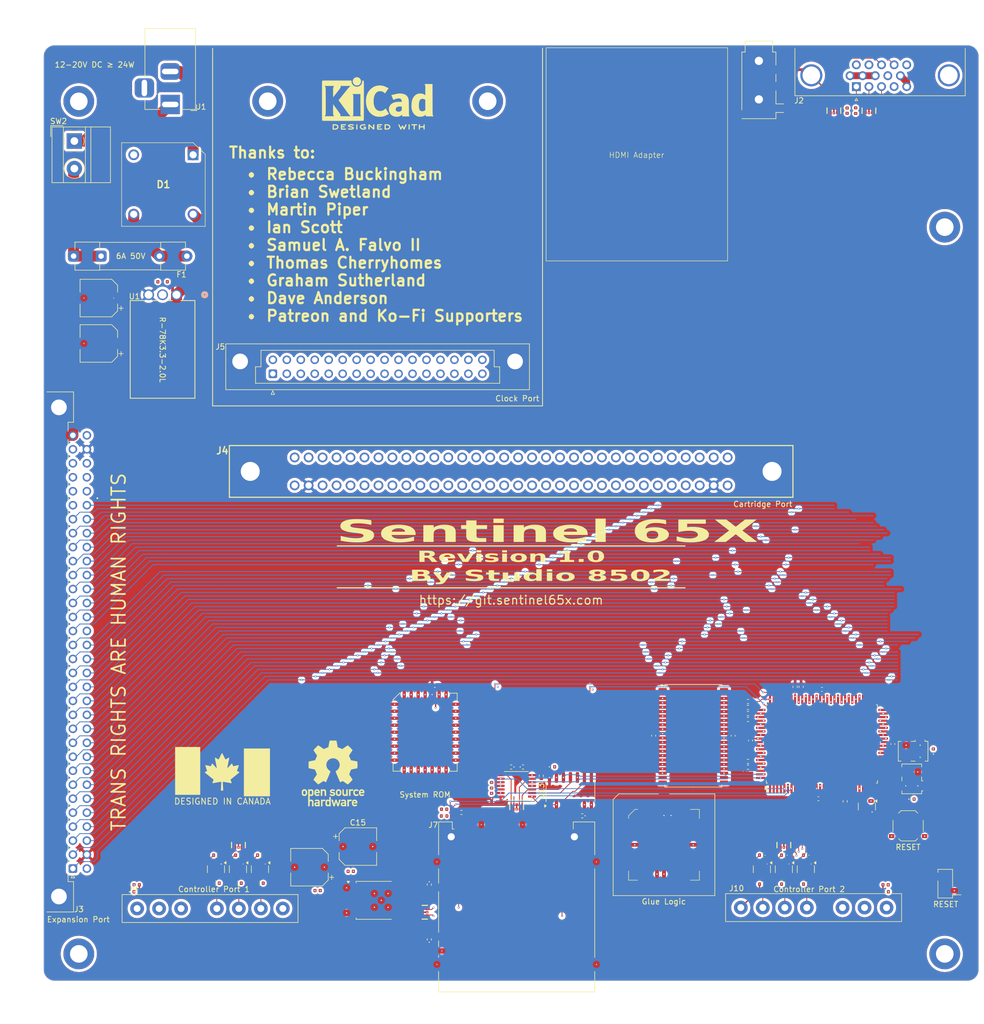
<source format=kicad_pcb>
(kicad_pcb
	(version 20240108)
	(generator "pcbnew")
	(generator_version "8.0")
	(general
		(thickness 1.6)
		(legacy_teardrops no)
	)
	(paper "B")
	(layers
		(0 "F.Cu" signal "F.Cu (SIG)")
		(1 "In1.Cu" power "In1.Cu (GND)")
		(2 "In2.Cu" signal "In2.Cu (SIG)")
		(3 "In3.Cu" power "In3.Cu (GND)")
		(4 "In4.Cu" power "In4.Cu (PWR)")
		(5 "In5.Cu" signal "In5.Cu (SIG)")
		(6 "In6.Cu" power "In6.Cu (GND)")
		(31 "B.Cu" signal "B.Cu (SIG)")
		(32 "B.Adhes" user "B.Adhesive")
		(33 "F.Adhes" user "F.Adhesive")
		(34 "B.Paste" user)
		(35 "F.Paste" user)
		(36 "B.SilkS" user "B.Silkscreen")
		(37 "F.SilkS" user "F.Silkscreen")
		(38 "B.Mask" user)
		(39 "F.Mask" user)
		(40 "Dwgs.User" user "User.Drawings")
		(44 "Edge.Cuts" user)
		(45 "Margin" user)
		(46 "B.CrtYd" user "B.Courtyard")
		(47 "F.CrtYd" user "F.Courtyard")
		(48 "B.Fab" user)
		(49 "F.Fab" user)
	)
	(setup
		(stackup
			(layer "F.SilkS"
				(type "Top Silk Screen")
				(color "White")
			)
			(layer "F.Paste"
				(type "Top Solder Paste")
			)
			(layer "F.Mask"
				(type "Top Solder Mask")
				(color "Red")
				(thickness 0.01)
			)
			(layer "F.Cu"
				(type "copper")
				(thickness 0.035)
			)
			(layer "dielectric 1"
				(type "prepreg")
				(color "FR4 natural")
				(thickness 0.1)
				(material "FR4")
				(epsilon_r 4.5)
				(loss_tangent 0.02)
			)
			(layer "In1.Cu"
				(type "copper")
				(thickness 0.035)
			)
			(layer "dielectric 2"
				(type "core")
				(color "FR4 natural")
				(thickness 0.3)
				(material "FR4")
				(epsilon_r 4.5)
				(loss_tangent 0.02)
			)
			(layer "In2.Cu"
				(type "copper")
				(thickness 0.035)
			)
			(layer "dielectric 3"
				(type "prepreg")
				(color "FR4 natural")
				(thickness 0.1)
				(material "FR4")
				(epsilon_r 4.5)
				(loss_tangent 0.02)
			)
			(layer "In3.Cu"
				(type "copper")
				(thickness 0.035)
			)
			(layer "dielectric 4"
				(type "core")
				(color "FR4 natural")
				(thickness 0.3)
				(material "FR4")
				(epsilon_r 4.5)
				(loss_tangent 0.02)
			)
			(layer "In4.Cu"
				(type "copper")
				(thickness 0.035)
			)
			(layer "dielectric 5"
				(type "prepreg")
				(color "FR4 natural")
				(thickness 0.1)
				(material "FR4")
				(epsilon_r 4.5)
				(loss_tangent 0.02)
			)
			(layer "In5.Cu"
				(type "copper")
				(thickness 0.035)
			)
			(layer "dielectric 6"
				(type "core")
				(thickness 0.3)
				(material "FR4")
				(epsilon_r 4.5)
				(loss_tangent 0.02)
			)
			(layer "In6.Cu"
				(type "copper")
				(thickness 0.035)
			)
			(layer "dielectric 7"
				(type "prepreg")
				(thickness 0.1)
				(material "FR4")
				(epsilon_r 4.5)
				(loss_tangent 0.02)
			)
			(layer "B.Cu"
				(type "copper")
				(thickness 0.035)
			)
			(layer "B.Mask"
				(type "Bottom Solder Mask")
				(color "Red")
				(thickness 0.01)
			)
			(layer "B.Paste"
				(type "Bottom Solder Paste")
			)
			(layer "B.SilkS"
				(type "Bottom Silk Screen")
				(color "White")
			)
			(copper_finish "ENIG")
			(dielectric_constraints no)
		)
		(pad_to_mask_clearance 0)
		(allow_soldermask_bridges_in_footprints no)
		(grid_origin 238.416551 164.504214)
		(pcbplotparams
			(layerselection 0x00010fc_ffffffff)
			(plot_on_all_layers_selection 0x0000000_00000000)
			(disableapertmacros no)
			(usegerberextensions no)
			(usegerberattributes yes)
			(usegerberadvancedattributes yes)
			(creategerberjobfile yes)
			(dashed_line_dash_ratio 12.000000)
			(dashed_line_gap_ratio 3.000000)
			(svgprecision 4)
			(plotframeref no)
			(viasonmask no)
			(mode 1)
			(useauxorigin no)
			(hpglpennumber 1)
			(hpglpenspeed 20)
			(hpglpendiameter 15.000000)
			(pdf_front_fp_property_popups yes)
			(pdf_back_fp_property_popups yes)
			(dxfpolygonmode yes)
			(dxfimperialunits yes)
			(dxfusepcbnewfont yes)
			(psnegative no)
			(psa4output no)
			(plotreference yes)
			(plotvalue yes)
			(plotfptext yes)
			(plotinvisibletext no)
			(sketchpadsonfab no)
			(subtractmaskfromsilk no)
			(outputformat 1)
			(mirror no)
			(drillshape 1)
			(scaleselection 1)
			(outputdirectory "")
		)
	)
	(net 0 "")
	(net 1 "GND")
	(net 2 "+3.3V")
	(net 3 "V_{in}")
	(net 4 "unconnected-(J2-Pad12)")
	(net 5 "unconnected-(J2-Pad9)")
	(net 6 "unconnected-(J2-Pad15)")
	(net 7 "unconnected-(J2-Pad4)")
	(net 8 "unconnected-(J2-Pad11)")
	(net 9 "unconnected-(J3-Pin_a31-Pada31)")
	(net 10 "unconnected-(U2-IN-Pad3)")
	(net 11 "unconnected-(U2-IN-Pad6)")
	(net 12 "unconnected-(U2-I{slash}O-Pad25)")
	(net 13 "unconnected-(U2-IN-Pad5)")
	(net 14 "unconnected-(U2-I{slash}O-Pad19)")
	(net 15 "unconnected-(U2-IN-Pad12)")
	(net 16 "unconnected-(U2-I{slash}O-Pad20)")
	(net 17 "unconnected-(U2-I{slash}O-Pad24)")
	(net 18 "unconnected-(U2-IN-Pad4)")
	(net 19 "unconnected-(U2-IN-Pad16)")
	(net 20 "unconnected-(U2-IN-Pad7)")
	(net 21 "unconnected-(U2-IN-Pad10)")
	(net 22 "unconnected-(U2-IN-Pad13)")
	(net 23 "unconnected-(U2-IN-Pad11)")
	(net 24 "unconnected-(U2-IN-Pad9)")
	(net 25 "unconnected-(U2-I{slash}O-Pad26)")
	(net 26 "unconnected-(U2-I{slash}O-Pad17)")
	(net 27 "unconnected-(U2-I{slash}O-Pad27)")
	(net 28 "unconnected-(U2-I{slash}O-Pad23)")
	(net 29 "unconnected-(U2-I{slash}O-Pad18)")
	(net 30 "unconnected-(U2-I{slash}O-Pad21)")
	(net 31 "unconnected-(U2-IN-Pad2)")
	(net 32 "BE")
	(net 33 "RUN")
	(net 34 "/Audio & Video/VSYNC")
	(net 35 "/Audio & Video/HSYNC")
	(net 36 "/Audio & Video/R_AUDIO")
	(net 37 "/Audio & Video/L_AUDIO")
	(net 38 "unconnected-(U4-NC-Pad24)")
	(net 39 "unconnected-(U4-NC-Pad22)")
	(net 40 "unconnected-(U4-NC-Pad1)")
	(net 41 "unconnected-(U4-NC-Pad23)")
	(net 42 "unconnected-(U4-NC-Pad21)")
	(net 43 "unconnected-(U4-NC-Pad43)")
	(net 44 "unconnected-(U4-NC-Pad44)")
	(net 45 "unconnected-(U4-NC-Pad2)")
	(net 46 "unconnected-(U5-NC-Pad77)")
	(net 47 "unconnected-(U5-NC-Pad28)")
	(net 48 "unconnected-(U5-NC-Pad52)")
	(net 49 "unconnected-(U5-NC-Pad78)")
	(net 50 "unconnected-(U5-BA-Pad39)")
	(net 51 "unconnected-(U5-NC-Pad1)")
	(net 52 "unconnected-(U5-P6.0-Pad18)")
	(net 53 "unconnected-(U5-NC-Pad53)")
	(net 54 "unconnected-(U5-NC-Pad76)")
	(net 55 "TG_{1}")
	(net 56 "unconnected-(U5-RUN-Pad32)")
	(net 57 "unconnected-(U5-NC-Pad27)")
	(net 58 "unconnected-(U5-NC-Pad79)")
	(net 59 "unconnected-(U5-~{FCLKO}-Pad33)")
	(net 60 "unconnected-(U5-NC-Pad3)")
	(net 61 "unconnected-(U5-NC-Pad54)")
	(net 62 "unconnected-(U5-BE-Pad35)")
	(net 63 "unconnected-(U5-NC-Pad30)")
	(net 64 "unconnected-(U5-NC-Pad29)")
	(net 65 "unconnected-(U5-P6.7-Pad25)")
	(net 66 "unconnected-(U5-P6.6-Pad24)")
	(net 67 "unconnected-(U5-P6.5-Pad23)")
	(net 68 "unconnected-(U5-P5.6-Pad16)")
	(net 69 "unconnected-(U5-P6.1-Pad19)")
	(net 70 "TG_{0}")
	(net 71 "unconnected-(U5-R{slash}~{W}-Pad31)")
	(net 72 "unconnected-(U5-P6.3-Pad21)")
	(net 73 "unconnected-(U5-NC-Pad2)")
	(net 74 "unconnected-(U5-~{CLKO}-Pad37)")
	(net 75 "unconnected-(U5-P6.2-Pad20)")
	(net 76 "unconnected-(U5-P5.7-Pad17)")
	(net 77 "unconnected-(U5-NC-Pad4)")
	(net 78 "unconnected-(U5-NC-Pad51)")
	(net 79 "/CPU/FCLK")
	(net 80 "/CPU/CLK")
	(net 81 "~{RES}")
	(net 82 "~{VIRQ}")
	(net 83 "CDONE")
	(net 84 "~{SD_SS}")
	(net 85 "/Expansion Ports/~{CART}")
	(net 86 "/CPU/A15")
	(net 87 "/CPU/A14")
	(net 88 "/CPU/A13")
	(net 89 "/CPU/A7")
	(net 90 "/CPU/A3")
	(net 91 "/CPU/A9")
	(net 92 "/CPU/A22")
	(net 93 "/CPU/A16")
	(net 94 "/CPU/A10")
	(net 95 "/CPU/A1")
	(net 96 "/CPU/A11")
	(net 97 "/CPU/A18")
	(net 98 "/CPU/A5")
	(net 99 "/CPU/A8")
	(net 100 "/CPU/A20")
	(net 101 "/CPU/A12")
	(net 102 "/CPU/A21")
	(net 103 "/CPU/A6")
	(net 104 "/CPU/A17")
	(net 105 "/CPU/A19")
	(net 106 "/CPU/A23")
	(net 107 "/CPU/A4")
	(net 108 "/CPU/A0")
	(net 109 "/CPU/A2")
	(net 110 "PHI2")
	(net 111 "/CPU/D1")
	(net 112 "/CPU/D0")
	(net 113 "/CPU/D2")
	(net 114 "/CPU/D3")
	(net 115 "/CPU/D6")
	(net 116 "/CPU/D7")
	(net 117 "/CPU/D4")
	(net 118 "/CPU/D5")
	(net 119 "Net-(J8-Pin_2)")
	(net 120 "~{RD}")
	(net 121 "R{slash}~{W}")
	(net 122 "~{WR}")
	(net 123 "~{I{slash}O}_{0}")
	(net 124 "~{I{slash}O}_{1}")
	(net 125 "~{CS}_{7}")
	(net 126 "~{ROM}_{1}")
	(net 127 "~{RAM}_{1}")
	(net 128 "~{CS}_{6}")
	(net 129 "~{CS}_{5}")
	(net 130 "~{CS}_{4}")
	(net 131 "unconnected-(U6-I{slash}O_{4}-Pad5)")
	(net 132 "/Audio & Video/RED")
	(net 133 "/Audio & Video/BLUE")
	(net 134 "/Audio & Video/GREEN")
	(net 135 "unconnected-(J3-Pin_a28-Pada28)")
	(net 136 "unconnected-(J3-Pin_a29-Pada29)")
	(net 137 "unconnected-(J3-Pin_a30-Pada30)")
	(net 138 "unconnected-(J3-Pin_b29-Padb29)")
	(net 139 "unconnected-(J3-Pin_a27-Pada27)")
	(net 140 "BA")
	(net 141 "unconnected-(J3-Pin_b30-Padb30)")
	(net 142 "unconnected-(J4-Pin_b30-Padb30)")
	(net 143 "unconnected-(J4-Pin_a29-Pada29)")
	(net 144 "unconnected-(J4-Pin_a30-Pada30)")
	(net 145 "unconnected-(J4-Pin_a28-Pada28)")
	(net 146 "unconnected-(J4-Pin_a27-Pada27)")
	(net 147 "unconnected-(J4-Pin_b29-Padb29)")
	(net 148 "unconnected-(J5-Pin_a16-Pada16)")
	(net 149 "unconnected-(J5-Pin_a15-Pada15)")
	(net 150 "~{NMI}")
	(net 151 "~{IRQ}")
	(net 152 "unconnected-(J5-Pin_a10-Pada10)")
	(net 153 "unconnected-(J5-Pin_b2-Padb2)")
	(net 154 "unconnected-(J5-Pin_a14-Pada14)")
	(net 155 "unconnected-(J5-Pin_b7-Padb7)")
	(net 156 "unconnected-(J5-Pin_a1-Pada1)")
	(net 157 "unconnected-(J5-Pin_b5-Padb5)")
	(net 158 "unconnected-(J5-Pin_a3-Pada3)")
	(net 159 "unconnected-(J5-Pin_a8-Pada8)")
	(net 160 "unconnected-(J5-Pin_b3-Padb3)")
	(net 161 "unconnected-(J5-Pin_a6-Pada6)")
	(net 162 "unconnected-(J5-Pin_a5-Pada5)")
	(net 163 "unconnected-(J5-Pin_b13-Padb13)")
	(net 164 "unconnected-(J5-Pin_b14-Padb14)")
	(net 165 "unconnected-(J5-Pin_b6-Padb6)")
	(net 166 "unconnected-(J5-Pin_a2-Pada2)")
	(net 167 "unconnected-(J5-Pin_b12-Padb12)")
	(net 168 "unconnected-(J5-Pin_b15-Padb15)")
	(net 169 "unconnected-(J5-Pin_a4-Pada4)")
	(net 170 "unconnected-(J5-Pin_a13-Pada13)")
	(net 171 "unconnected-(J5-Pin_b10-Padb10)")
	(net 172 "unconnected-(J5-Pin_a11-Pada11)")
	(net 173 "unconnected-(J5-Pin_a12-Pada12)")
	(net 174 "unconnected-(J5-Pin_a9-Pada9)")
	(net 175 "unconnected-(J5-Pin_b9-Padb9)")
	(net 176 "unconnected-(J5-Pin_b4-Padb4)")
	(net 177 "unconnected-(J5-Pin_b8-Padb8)")
	(net 178 "unconnected-(J5-Pin_b11-Padb11)")
	(net 179 "unconnected-(J5-Pin_b1-Padb1)")
	(net 180 "unconnected-(J5-Pin_a7-Pada7)")
	(net 181 "Net-(J7-CMD)")
	(net 182 "Net-(J7-CLK)")
	(net 183 "Net-(J7-CD{slash}DAT3)")
	(net 184 "Net-(J7-DAT0)")
	(net 185 "CGND1")
	(net 186 "CGND2")
	(net 187 "Net-(SW2-B)")
	(net 188 "Net-(SW2-A)")
	(net 189 "+5V")
	(net 190 "CGND3")
	(net 191 "CGND4")
	(net 192 "unconnected-(J9-Pin_5-Pad5)")
	(net 193 "Net-(J9-Pin_2)")
	(net 194 "Net-(J9-Pin_4)")
	(net 195 "Net-(J9-Pin_3)")
	(net 196 "unconnected-(J9-Pin_6-Pad6)")
	(net 197 "unconnected-(J10-Pin_6-Pad6)")
	(net 198 "Net-(J10-Pin_3)")
	(net 199 "unconnected-(J10-Pin_5-Pad5)")
	(net 200 "Net-(J10-Pin_4)")
	(net 201 "Net-(J10-Pin_2)")
	(net 202 "unconnected-(U11-I{slash}O_{4}-Pad5)")
	(net 203 "SCK")
	(net 204 "MOSI")
	(net 205 "MISO")
	(net 206 "SNES_DATA0")
	(net 207 "SNES_LATCH")
	(net 208 "SNES_CLK")
	(net 209 "SNES_DATA1")
	(net 210 "SNES_DATA3")
	(net 211 "SNES_DATA2")
	(net 212 "Net-(U13-Pad3)")
	(net 213 "~{SPI_SS}")
	(net 214 "~{FLASH_SS}")
	(net 215 "Net-(U13-Pad10)")
	(net 216 "SD_CD")
	(net 217 "~{FPGA_RES}")
	(net 218 "SD_WP")
	(net 219 "unconnected-(J1-Pad3)")
	(net 220 "~{RAM0}")
	(net 221 "unconnected-(J3-Pin_b27-Padb27)")
	(net 222 "unconnected-(J3-Pin_b28-Padb28)")
	(net 223 "unconnected-(J4-Pin_b27-Padb27)")
	(net 224 "unconnected-(J4-Pin_b28-Padb28)")
	(net 225 "Net-(J7-DAT2)")
	(net 226 "Net-(J7-DAT1)")
	(net 227 "Net-(D1--)")
	(net 228 "Net-(D1-+)")
	(net 229 "~{ROM0}")
	(net 230 "unconnected-(U10-I{slash}O_{4}-Pad5)")
	(footprint "Resistor_SMD:R_0402_1005Metric" (layer "F.Cu") (at 271.615 184.824214 -90))
	(footprint "MountingHole:MountingHole_3.2mm_M3_DIN965_Pad" (layer "F.Cu") (at 132.25 212.539214))
	(footprint "Resistor_SMD:R_0402_1005Metric" (layer "F.Cu") (at 207.31646 181.892692 90))
	(footprint "Resistor_SMD:R_0402_1005Metric" (layer "F.Cu") (at 264.555 194.599293 180))
	(footprint "Resistor_SMD:R_0402_1005Metric" (layer "F.Cu") (at 195.98807 199.946214 90))
	(footprint "Capacitor_SMD:C_0402_1005Metric" (layer "F.Cu") (at 175.685 201.033214 180))
	(footprint "Capacitor_SMD:C_0402_1005Metric" (layer "F.Cu") (at 280.289403 174.397112 -90))
	(footprint "Sentinel 65X Prototype 5:EDAC 345-064-520-202" (layer "F.Cu") (at 210.875 124.853214))
	(footprint "Symbol:KiCad-Logo2_8mm_SilkScreen" (layer "F.Cu") (at 186.599107 57.15))
	(footprint "Capacitor_SMD:C_0402_1005Metric" (layer "F.Cu") (at 181.705 197.533214))
	(footprint "Resistor_SMD:R_0402_1005Metric" (layer "F.Cu") (at 253.936259 168.858214 180))
	(footprint "Resistor_SMD:R_0402_1005Metric" (layer "F.Cu") (at 165.2825 199.692135 180))
	(footprint "Capacitor_SMD:C_0402_1005Metric" (layer "F.Cu") (at 251.23989 172.893857 90))
	(footprint "Package_QFP:PQFP-100_14x20mm_P0.65mm" (layer "F.Cu") (at 267.39 174.383214 90))
	(footprint "Capacitor_SMD:CP_Elec_6.3x5.4_Nichicon" (layer "F.Cu") (at 183.005 193.033214))
	(footprint "Sentinel 65X Prototype 5:SNES Controller Port (Left Side)"
		(locked yes)
		(layer "F.Cu")
		(uuid "2879943c-921f-4e70-8566-fc22d0b71eaf")
		(at 154.120551 204.293714)
		(property "Reference" "J9"
			(at -12 -3.5 0)
			(unlocked yes)
			(layer "F.SilkS")
			(uuid "579a8d21-a29d-4b6d-8306-a7d3db071ee3")
			(effects
				(font
					(size 1 1)
					(thickness 0.15)
				)
			)
		)
		(property "Value" "Conn_01x07"
			(at 1.5 19 0)
			(unlocked yes)
			(layer "F.Fab")
			(hide yes)
			(uuid "eeb671b5-3914-4dd9-89b3-213647468168")
			(effects
				(font
					(size 1 1)
					(thickness 0.15)
				)
			)
		)
		(property "Footprint" "Sentinel 65X Prototype 5:SNES Controller Port (Left Side)"
			(at 1.5 21 0)
			(unlocked yes)
			(layer "F.Fab")
			(hide yes)
			(uuid "ae11d7c1-bd0c-40dd-aafc-c5e15aee1e5d")
			(effects
				(font
					(size 1 1)
					(thickness 0.15)
				)
			)
		)
		(property "Datasheet" ""
			(at 0 0.029113 0)
			(unlocked yes)
			(layer "F.Fab")
			(hide yes)
			(uuid "7f5422bd-e384-4899-88e9-18cbc9e9779f")
			(effects
				(font
					(size 1 1)
					(thickness 0.15)
				)
			)
		)
		(property "Description" "Generic connector, single row, 01x07, script generated (kicad-library-utils/schlib/autogen/connector/)"
			(at 0 0.029113 0)
			(unlocked yes)
			(layer "F.Fab")
			(hide yes)
			(uuid "8a47e8e5-472a-4a2e-b318-1bb3a43c82de")
			(effects
				(font
					(size 1 1)
					(thickness 0.15)
				)
			)
		)
		(property "JLCPCB Part #" ""
			(at 0 0 0)
			(unlocked yes)
			(layer "F.Fab")
			(hide yes)
			(uuid "a50bf78a-4a3e-46e5-a3cc-f2146c4a41a5")
			(effects
				(font
					(size 1 1)
					(thickness 0.15)
				)
			)
		)
		(property "Manufacturer" ""
			(at 0 0 0)
			(unlocked yes)
			(layer "F.Fab")
			(hide yes)
			(uuid "39de4d90-88ba-4b96-8306-6a26e6c66764")
			(effects
				(font
					(size 1 1)
					(thickness 0.15)
				)
			)
		)
		(property "MFR.Part #" ""
			(at 0 0 0)
			(unlocked yes)
			(layer "F.Fab")
			(hide yes)
			(uuid "77759fbc-330e-40a9-b63c-9765292324e8")
			(effects
				(font
					(size 1 1)
					(thickness 0.15)
				)
			)
		)
		(property "Mouser Part #" ""
			(at 0 0 0)
			(unlocked yes)
			(layer "F.Fab")
			(hide yes)
			(uuid "a74466cc-32dd-4c0c-8201-8d1d21aec29c")
			(effects
				(font
					(size 1 1)
					(thickness 0.15)
				)
			)
		)
		(property "Digi-Key Part #" ""
			(at 0 0 0)
			(unlocked yes)
			(layer "F.Fab")
			(hide yes)
			(uuid "d3e0c37f-d137-4466-9247-89b367495839")
			(effects
				(font
					(size 1 1)
					(thickness 0.15)
				)
			)
		)
		(property ki_fp_filters "Connector*:*_1x??_*")
		(path "/ed3534dc-ff13-4a7a-90c8-c7533f437715/a93930af-365f-4b08-a852-f8acd3172cd1")
		(sheetname "IO Devices")
		(sheetfile "IO Devices.kicad_sch")
		(attr through_hole exclude_from_pos_files)
		(fp_rect
			(start 18 -2.54)
			(end -14 2.54)
			(stroke
				(width 0.12)
				(type default)
			)
			(fill none)
			(layer "F.SilkS")
			(uuid "e4e116a1-5e93-47b1-8ac1-0221ff8036b4")
		)
		(fp_poly
			(pts
				(xy -14 -2.5) (xy -14 1.5) (xy -18.5 1.5) (xy -18.5 13) (xy -20.5 13) (xy -20.5 18.5) (xy 24.5 18.5)
				(xy 24.5 13) (xy 22.5 13) (xy 22.5 1.5) (xy 18 1.5) (xy 18 -2.5)
			)
			(stroke
				(width 0.05)
				(type solid)
			)
			(fill none)
			(layer "F.CrtYd")
			(uuid "9e0ee895-d335-4c73-9a6b-6ac34ca4efda")
		)
		(fp_line
			(start -19.3 16)
			(end -19.3 14)
			(stroke
				(width 0.13)
				(type default)
			)
			(layer "F.Fab")
			(uuid "c7a0489c-860b-4b62-8aa2-9b509256a088")
		)
		(fp_line
			(start -19.250012 14)
			(end -19.3 14)
			(stroke
				(width 0.13)
				(type default)
			)
			(layer "F.Fab")
			(uuid "8902714f-0227-4cdb-a4ce-3f29fedb6f06")
		)
		(fp_line
			(start -17.35 14)
			(end -17.35 2.6)
			(stroke
				(width 0.13)
				(type default)
			)
			(layer "F.Fab")
			(uuid "2cc2a66b-3418-434f-939a-9e387c51f598")
		)
		(fp_line
			(start -17.312273 2.6)
			(end -17.35 2.6)
			(stroke
				(width 0.13)
				(type default)
			)
			(layer "F.Fab")
			(uuid "436e48be-3d04-43f0-aef6-1f664da06478")
		)
		(fp_line
			(start -13.7 17.3)
			(end -13.7 16)
			(stroke
				(width 0.13)
				(type default)
			)
			(layer "F.Fab")
			(uuid "f48bbd52-7b49-43ee-9616-dd1f6aac1978")
		)
		(fp_line
			(start -13.05 0.2)
			(end -13.05 2.6)
			(stroke
				(width 0.13)
				(type default)
			)
			(layer "F.Fab")
			(uuid "74f32414-9863-4138-9796-6b3d06d551dc")
		)
		(fp_line
			(start -13.05 2.6)
			(end -13.331674 2.6)
			(stroke
				(width 0.13)
				(type default)
			)
			(layer "F.Fab")
			(uuid "fef3744d-3280-454f-a802-e19fa0310836")
		)
		(fp_line
			(start -11.85 0.2)
			(end -13.05 0.2)
			(stroke
				(width 0.13)
				(type default)
			)
			(layer "F.Fab")
			(uuid "63d4729f-2c7c-4f89-a69b-a1dabf7ba438")
		)
		(fp_line
			(start -11.85 0.2)
			(end -11.85 1.4)
			(stroke
				(width 0.13)
				(type default)
			)
			(layer "F.Fab")
			(uuid "bc1c44c2-f2e8-4288-a107-f603bb3028e0")
		)
		(fp_line
			(start -11.85 1.4)
			(end -11.85 1.2)
			(stroke
				(width 0.13)
				(type default)
			)
			(layer "F.Fab")
			(uuid "93f92c7f-56ab-406e-875d-2b9d9d66105d")
		)
		(fp_line
			(start -11.35 2.6)
			(end -10.85 2.6)
			(stroke
				(width 0.13)
				(type default)
			)
			(layer "F.Fab")
			(uuid "55712d54-5989-4d7f-9af6-04e852b433b6")
		)
		(fp_line
			(start -11.35 14)
			(end -10.85 14)
			(stroke
				(width 0.13)
				(type default)
			)
			(layer "F.Fab")
			(uuid "5f62743d-bac9-4f12-8624-9f77e229cfac")
		)
		(fp_line
			(start -11.35 14)
			(end 21.55 14)
			(stroke
				(width 0.13)
				(type default)
			)
			(layer "F.Fab")
			(uuid "307df544-cf30-4985-8d07-e3e812e2ed4c")
		)
		(fp_line
			(start -11.35 16)
			(end 21.55 16)
			(stroke
				(width 0.13)
				(type default)
			)
			(layer "F.Fab")
			(uuid "339ee6e9-8417-40fc-9c06-1804d74d0b4a")
		)
		(fp_line
			(start -11.1 17.3)
			(end -1.3 17.3)
			(stroke
				(width 0.13)
				(type default)
			)
			(layer "F.Fab")
			(uuid "83885254-a21d-4a10-9b23-0e29711f1034")
		)
		(fp_line
			(start -10.85 2.6)
			(end -10.85 14)
			(stroke
				(width 0.13)
				(type default)
			)
			(layer "F.Fab")
			(uuid "81d3f983-b280-4b78-931d-2b9a02394048")
		)
		(fp_line
			(start -10.65 0.2)
			(end -10.65 0)
			(stroke
				(width 0.13)
				(type default)
			)
			(layer "F.Fab")
			(uuid "20264b47-9ffd-4aaa-8f4d-7d93a6cc5e91")
		)
		(fp_line
			(start -10.65 0.2)
			(end -10.65 1.4)
			(stroke
				(width 0.13)
				(type default)
			)
			(layer "F.Fab")
			(uuid "aa0a805a-d4a2-4ae9-b745-cfcd0814e23c")
		)
		(fp_line
			(start -10.65 1.4)
			(end -11.85 1.4)
			(stroke
				(width 0.13)
				(type default)
			)
			(layer "F.Fab")
			(uuid "ec076258-c083-4934-afdf-281fa65c5e1f")
		)
		(fp_line
			(start -10.65 1.4)
			(end -10.65 1.2)
			(stroke
				(width 0.13)
				(type default)
			)
			(layer "F.Fab")
			(uuid "109013c4-c36c-46df-b6d5-f21abe5e184d")
		)
		(fp_line
			(start -9.85 2.6)
			(end -10.85 2.6)
			(stroke
				(width 0.13)
				(type default)
			)
			(layer "F.Fab")
			(uuid "64201bbc-4243-47fa-ae95-01f9404b5788")
		)
		(fp_line
			(start -9.85 2.6)
			(end -9.85 14)
			(stroke
				(width 0.13)
				(type default)
			)
			(layer "F.Fab")
			(uuid "2e915bf0-3e1e-4350-84f8-287de7ee0408")
		)
		(fp_line
			(start -9.85 2.6)
			(end 13.85 2.6)
			(stroke
				(width 0.13)
				(type default)
			)
			(layer "F.Fab")
			(uuid "6116f68e-ca2a-4f47-862a-b733bda68be1")
		)
		(fp_line
			(start -7.85 0.2)
			(end -10.65 0.2)
			(stroke
				(width 0.13)
				(type default)
			)
			(layer "F.Fab")
			(uuid "c3c34822-9ffc-48fb-8303-f63faaa5522a")
		)
		(fp_line
			(start -7.85 0.2)
			(end -7.85 1.4)
			(stroke
				(width 0.13)
				(type default)
			)
			(layer "F.Fab")
			(uuid "ad0f4da8-c0e2-4322-bbb0-75a4747f794f")
		)
		(fp_line
			(start -7.85 1.4)
			(end -7.85 1.2)
			(stroke
				(width 0.13)
				(type default)
			)
			(layer "F.Fab")
			(uuid "8679ca82-e2ce-462f-9afe-e2323622dd66")
		)
		(fp_line
			(start -6.65 0.2)
			(end -6.65 0)
			(stroke
				(width 0.13)
				(type default)
			)
			(layer "F.Fab")
			(uuid "23dc7c61-0a1d-4c7a-8ea4-776571ef4a00")
		)
		(fp_line
			(start -6.65 0.2)
			(end -6.65 1.4)
			(stroke
				(width 0.13)
				(type default)
			)
			(layer "F.Fab")
			(uuid "4e7f077c-9dfb-4a83-9f6b-8b231909cead")
		)
		(fp_line
			(start -6.65 1.4)
			(end -7.85 1.4)
			(stroke
				(width 0.13)
				(type default)
			)
			(layer "F.Fab")
			(uuid "99c309c8-6d56-47f6-89b4-1b96255937bd")
		)
		(fp_line
			(start -6.65 1.4)
			(end -6.665043 1.2)
			(stroke
				(width 0.13)
				(type default)
			)
			(layer "F.Fab")
			(uuid "44331e9d-9ef1-45fe-a4ed-78391dda96d9")
		)
		(fp_line
			(start -6.65 1.4)
			(end -6.65 1.2)
			(stroke
				(width 0.13)
				(type default)
			)
			(layer "F.Fab")
			(uuid "ce676610-a6c6-4932-a59e-e05a8f4688ac")
		)
		(fp_line
			(start -3.85 0.2)
			(end -6.65 0.2)
			(stroke
				(width 0.13)
				(type default)
			)
			(layer "F.Fab")
			(uuid "f5a5f63c-7bd4-45da-9570-fb9c00b51e42")
		)
		(fp_line
			(start -3.85 0.2)
			(end -3.85 1.4)
			(stroke
				(width 0.13)
				(type default)
			)
			(layer "F.Fab")
			(uuid "ea074a1d-7adb-4341-ab15-ea34829da7f3")
		)
		(fp_line
			(start -3.85 1.4)
			(end -3.85 1.2)
			(stroke
				(width 0.13)
				(type default)
			)
			(layer "F.Fab")
			(uuid "aeed035a-e876-4fbd-ad39-eb492f5e02eb")
		)
		(fp_line
			(start -2.65 0.2)
			(end -2.65 0)
			(stroke
				(width 0.13)
				(type default)
			)
			(layer "F.Fab")
			(uuid "c4dfc7c3-3cf6-4a27-b803-a435347a8de4")
		)
		(fp_line
			(start -2.65 0.2)
			(end -2.65 1.4)
			(stroke
				(width 0.13)
				(type default)
			)
			(layer "F.Fab")
			(uuid "102fc609-a0ef-4860-b58a-76503afce1e3")
		)
		(fp_line
			(start -2.65 1.4)
			(end -3.85 1.4)
			(stroke
				(width 0.13)
				(type default)
			)
			(layer "F.Fab")
			(uuid "b4c23e49-0fb1-45d9-a209-0918011fdf4c")
		)
		(fp_line
			(start -2.65 1.4)
			(end -2.65 1.2)
			(stroke
				(width 0.13)
				(type default)
			)
			(layer "F.Fab")
			(uuid "3e1cb426-54ab-4789-ad07-b90d694af5b1")
		)
		(fp_line
			(start -0.8 16)
			(end -1.3 16)
			(stroke
				(width 0.13)
				(type default)
			)
			(layer "F.Fab")
			(uuid "d3b2f116-7883-4d40-8126-5984fe36776e")
		)
		(fp_line
			(start -0.8 16)
			(end -0.8 17.3)
			(stroke
				(width 0.13)
				(type default)
			)
			(layer "F.Fab")
			(uuid "06afee9c-c35a-4747-aaf0-19daba5db506")
		)
		(fp_line
			(start 0.8 16)
			(end 0.8 17.3)
			(stroke
				(width 0.13)
				(type default)
			)
			(layer "F.Fab")
			(uuid "e615aaeb-5997-4a24-9670-687e3fdd080a")
		)
		(fp_line
			(start 0.8 16)
			(end 1.3 16)
			(stroke
				(width 0.13)
				(type default)
			)
			(layer "F.Fab")
			(uuid "c0b66fa5-02c9-49fa-8ce6-fcf75efcff7c")
		)
		(fp_line
			(start 1.3 17.3)
			(end 17.2 17.3)
			(stroke
				(width 0.13)
				(type default)
			)
			(layer "F.Fab")
			(uuid "d32d6a40-3df2-48da-a772-624c36fc21c4")
		)
		(fp_line
			(start 2.65 0.2)
			(end -2.65 0.2)
			(stroke
				(width 0.13)
				(type default)
			)
			(layer "F.Fab")
			(uuid "3d145a63-792a-4586-a461-135a5c136b07")
		)
		(fp_line
			(start 2.65 0.2)
			(end 2.65 1.4)
			(stroke
				(width 0.13)
				(type default)
			)
			(layer "F.Fab")
			(uuid "8386dd0f-ca53-4d2a-9045-8c92c331010d")
		)
		(fp_line
			(start 2.65 1.4)
			(end 2.65 1.2)
			(stroke
				(width 0.13)
				(type default)
			)
			(layer "F.Fab")
			(uuid "5824e80a-542f-4fa0-a47b-1e3aaf65c59e")
		)
		(fp_line
			(start 3.85 0.2)
			(end 3.85 0)
			(stroke
				(width 0.13)
				(type default)
			)
			(layer "F.Fab")
			(uuid "420bac9d-f5a2-4dd4-8a81-5eea758a70cb")
		)
		(fp_line
			(start 3.85 0.2)
			(end 3.85 1.4)
			(stroke
				(width 0.13)
				(type default)
			)
			(layer "F.Fab")
			(uuid "abbba017-c136-47f9-9440-5aeae91a7c47")
		)
		(fp_line
			(start 3.85 1.4)
			(end 2.65 1.4)
			(stroke
				(width 0.13)
				(type default)
			)
			(layer "F.Fab")
			(uuid "ce3003f0-ac68-4fdd-910b-d754a80fc523")
		)
		(fp_line
			(start 3.85 1.4)
			(end 3.85 1.2)
			(stroke
				(width 0.13)
				(type default)
			)
			(layer "F.Fab")
			(uuid "d6d8baaa-54ac-4c67-a576-a13b7fb0cb5c")
		)
		(fp_line
			(start 6.65 0.2)
			(end 3.85 0.2)
			(stroke
				(width 0.13)
				(type default)
			)
			(layer "F.Fab")
			(uuid "b4db2ebc-94bc-4e5d-9f01-00d4d13f8f71")
		)
		(fp_line
			(start 6.65 0.2)
			(end 6.65 1.4)
			(stroke
				(width 0.13)
				(type default)
			)
			(layer "F.Fab")
			(uuid "2c69a26b-d0e8-4338-9d8e-a07ca8eddb9d")
		)
		(fp_line
			(start 6.65 1.4)
			(end 6.65 1.2)
			(stroke
				(width 0.13)
				(type default)
			)
			(layer "F.Fab")
			(uuid "d6
... [5898705 chars truncated]
</source>
